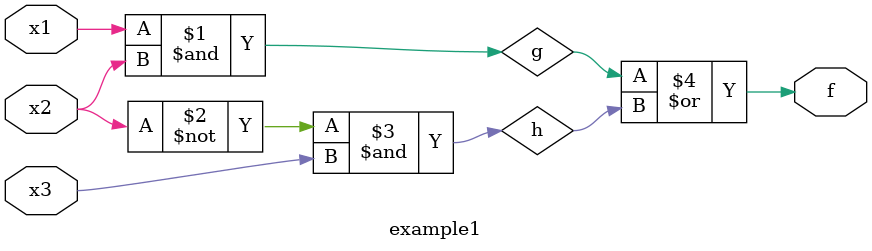
<source format=v>
module example1(x1,x2,x3,f);
input x1,x2,x3;
output f;
and(g,x1,x2);
and(h,~x2,x3);
or(f,g,h);
endmodule

</source>
